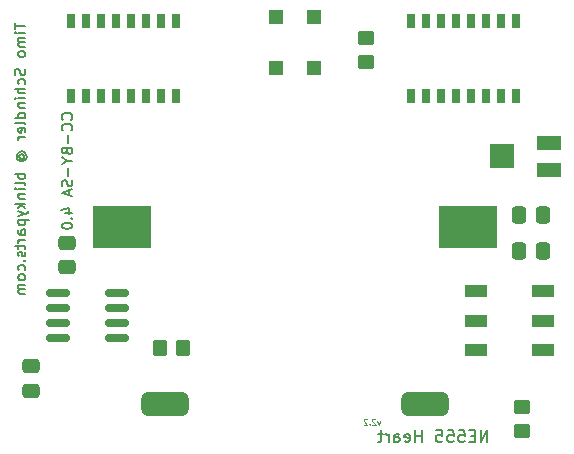
<source format=gbr>
%TF.GenerationSoftware,KiCad,Pcbnew,(6.0.10)*%
%TF.CreationDate,2023-01-16T11:38:01+01:00*%
%TF.ProjectId,Heart_NE555,48656172-745f-44e4-9535-35352e6b6963,rev?*%
%TF.SameCoordinates,Original*%
%TF.FileFunction,Soldermask,Bot*%
%TF.FilePolarity,Negative*%
%FSLAX46Y46*%
G04 Gerber Fmt 4.6, Leading zero omitted, Abs format (unit mm)*
G04 Created by KiCad (PCBNEW (6.0.10)) date 2023-01-16 11:38:01*
%MOMM*%
%LPD*%
G01*
G04 APERTURE LIST*
G04 Aperture macros list*
%AMRoundRect*
0 Rectangle with rounded corners*
0 $1 Rounding radius*
0 $2 $3 $4 $5 $6 $7 $8 $9 X,Y pos of 4 corners*
0 Add a 4 corners polygon primitive as box body*
4,1,4,$2,$3,$4,$5,$6,$7,$8,$9,$2,$3,0*
0 Add four circle primitives for the rounded corners*
1,1,$1+$1,$2,$3*
1,1,$1+$1,$4,$5*
1,1,$1+$1,$6,$7*
1,1,$1+$1,$8,$9*
0 Add four rect primitives between the rounded corners*
20,1,$1+$1,$2,$3,$4,$5,0*
20,1,$1+$1,$4,$5,$6,$7,0*
20,1,$1+$1,$6,$7,$8,$9,0*
20,1,$1+$1,$8,$9,$2,$3,0*%
G04 Aperture macros list end*
%ADD10C,0.150000*%
%ADD11C,0.125000*%
%ADD12C,0.200000*%
%ADD13RoundRect,0.250000X0.475000X-0.337500X0.475000X0.337500X-0.475000X0.337500X-0.475000X-0.337500X0*%
%ADD14R,1.200000X1.200000*%
%ADD15RoundRect,0.249999X0.450001X-0.350001X0.450001X0.350001X-0.450001X0.350001X-0.450001X-0.350001X0*%
%ADD16RoundRect,0.150000X-0.825000X-0.150000X0.825000X-0.150000X0.825000X0.150000X-0.825000X0.150000X0*%
%ADD17R,5.000000X3.600000*%
%ADD18RoundRect,0.500000X-1.500000X-0.500000X1.500000X-0.500000X1.500000X0.500000X-1.500000X0.500000X0*%
%ADD19R,0.800000X1.300000*%
%ADD20RoundRect,0.249999X-0.350001X-0.450001X0.350001X-0.450001X0.350001X0.450001X-0.350001X0.450001X0*%
%ADD21R,2.000000X1.300000*%
%ADD22R,2.000000X2.000000*%
%ADD23R,1.950000X1.100000*%
%ADD24RoundRect,0.250000X-0.337500X-0.475000X0.337500X-0.475000X0.337500X0.475000X-0.337500X0.475000X0*%
G04 APERTURE END LIST*
D10*
X101257142Y-68721428D02*
X101257142Y-69235714D01*
X102157142Y-68978571D02*
X101257142Y-68978571D01*
X102157142Y-69535714D02*
X101557142Y-69535714D01*
X101257142Y-69535714D02*
X101300000Y-69492857D01*
X101342857Y-69535714D01*
X101300000Y-69578571D01*
X101257142Y-69535714D01*
X101342857Y-69535714D01*
X102157142Y-69964285D02*
X101557142Y-69964285D01*
X101642857Y-69964285D02*
X101600000Y-70007142D01*
X101557142Y-70092857D01*
X101557142Y-70221428D01*
X101600000Y-70307142D01*
X101685714Y-70350000D01*
X102157142Y-70350000D01*
X101685714Y-70350000D02*
X101600000Y-70392857D01*
X101557142Y-70478571D01*
X101557142Y-70607142D01*
X101600000Y-70692857D01*
X101685714Y-70735714D01*
X102157142Y-70735714D01*
X102157142Y-71292857D02*
X102114285Y-71207142D01*
X102071428Y-71164285D01*
X101985714Y-71121428D01*
X101728571Y-71121428D01*
X101642857Y-71164285D01*
X101600000Y-71207142D01*
X101557142Y-71292857D01*
X101557142Y-71421428D01*
X101600000Y-71507142D01*
X101642857Y-71550000D01*
X101728571Y-71592857D01*
X101985714Y-71592857D01*
X102071428Y-71550000D01*
X102114285Y-71507142D01*
X102157142Y-71421428D01*
X102157142Y-71292857D01*
X102114285Y-72621428D02*
X102157142Y-72750000D01*
X102157142Y-72964285D01*
X102114285Y-73050000D01*
X102071428Y-73092857D01*
X101985714Y-73135714D01*
X101900000Y-73135714D01*
X101814285Y-73092857D01*
X101771428Y-73050000D01*
X101728571Y-72964285D01*
X101685714Y-72792857D01*
X101642857Y-72707142D01*
X101600000Y-72664285D01*
X101514285Y-72621428D01*
X101428571Y-72621428D01*
X101342857Y-72664285D01*
X101300000Y-72707142D01*
X101257142Y-72792857D01*
X101257142Y-73007142D01*
X101300000Y-73135714D01*
X102114285Y-73907142D02*
X102157142Y-73821428D01*
X102157142Y-73650000D01*
X102114285Y-73564285D01*
X102071428Y-73521428D01*
X101985714Y-73478571D01*
X101728571Y-73478571D01*
X101642857Y-73521428D01*
X101600000Y-73564285D01*
X101557142Y-73650000D01*
X101557142Y-73821428D01*
X101600000Y-73907142D01*
X102157142Y-74292857D02*
X101257142Y-74292857D01*
X102157142Y-74678571D02*
X101685714Y-74678571D01*
X101600000Y-74635714D01*
X101557142Y-74550000D01*
X101557142Y-74421428D01*
X101600000Y-74335714D01*
X101642857Y-74292857D01*
X102157142Y-75107142D02*
X101557142Y-75107142D01*
X101257142Y-75107142D02*
X101300000Y-75064285D01*
X101342857Y-75107142D01*
X101300000Y-75150000D01*
X101257142Y-75107142D01*
X101342857Y-75107142D01*
X101557142Y-75535714D02*
X102157142Y-75535714D01*
X101642857Y-75535714D02*
X101600000Y-75578571D01*
X101557142Y-75664285D01*
X101557142Y-75792857D01*
X101600000Y-75878571D01*
X101685714Y-75921428D01*
X102157142Y-75921428D01*
X102157142Y-76735714D02*
X101257142Y-76735714D01*
X102114285Y-76735714D02*
X102157142Y-76650000D01*
X102157142Y-76478571D01*
X102114285Y-76392857D01*
X102071428Y-76350000D01*
X101985714Y-76307142D01*
X101728571Y-76307142D01*
X101642857Y-76350000D01*
X101600000Y-76392857D01*
X101557142Y-76478571D01*
X101557142Y-76650000D01*
X101600000Y-76735714D01*
X102157142Y-77292857D02*
X102114285Y-77207142D01*
X102028571Y-77164285D01*
X101257142Y-77164285D01*
X102114285Y-77978571D02*
X102157142Y-77892857D01*
X102157142Y-77721428D01*
X102114285Y-77635714D01*
X102028571Y-77592857D01*
X101685714Y-77592857D01*
X101600000Y-77635714D01*
X101557142Y-77721428D01*
X101557142Y-77892857D01*
X101600000Y-77978571D01*
X101685714Y-78021428D01*
X101771428Y-78021428D01*
X101857142Y-77592857D01*
X102157142Y-78407142D02*
X101557142Y-78407142D01*
X101728571Y-78407142D02*
X101642857Y-78450000D01*
X101600000Y-78492857D01*
X101557142Y-78578571D01*
X101557142Y-78664285D01*
X101728571Y-80207142D02*
X101685714Y-80164285D01*
X101642857Y-80078571D01*
X101642857Y-79992857D01*
X101685714Y-79907142D01*
X101728571Y-79864285D01*
X101814285Y-79821428D01*
X101900000Y-79821428D01*
X101985714Y-79864285D01*
X102028571Y-79907142D01*
X102071428Y-79992857D01*
X102071428Y-80078571D01*
X102028571Y-80164285D01*
X101985714Y-80207142D01*
X101642857Y-80207142D02*
X101985714Y-80207142D01*
X102028571Y-80250000D01*
X102028571Y-80292857D01*
X101985714Y-80378571D01*
X101900000Y-80421428D01*
X101685714Y-80421428D01*
X101557142Y-80335714D01*
X101471428Y-80207142D01*
X101428571Y-80035714D01*
X101471428Y-79864285D01*
X101557142Y-79735714D01*
X101685714Y-79650000D01*
X101857142Y-79607142D01*
X102028571Y-79650000D01*
X102157142Y-79735714D01*
X102242857Y-79864285D01*
X102285714Y-80035714D01*
X102242857Y-80207142D01*
X102157142Y-80335714D01*
X102157142Y-81492857D02*
X101257142Y-81492857D01*
X101600000Y-81492857D02*
X101557142Y-81578571D01*
X101557142Y-81750000D01*
X101600000Y-81835714D01*
X101642857Y-81878571D01*
X101728571Y-81921428D01*
X101985714Y-81921428D01*
X102071428Y-81878571D01*
X102114285Y-81835714D01*
X102157142Y-81750000D01*
X102157142Y-81578571D01*
X102114285Y-81492857D01*
X102157142Y-82435714D02*
X102114285Y-82350000D01*
X102028571Y-82307142D01*
X101257142Y-82307142D01*
X102157142Y-82778571D02*
X101557142Y-82778571D01*
X101257142Y-82778571D02*
X101300000Y-82735714D01*
X101342857Y-82778571D01*
X101300000Y-82821428D01*
X101257142Y-82778571D01*
X101342857Y-82778571D01*
X101557142Y-83207142D02*
X102157142Y-83207142D01*
X101642857Y-83207142D02*
X101600000Y-83250000D01*
X101557142Y-83335714D01*
X101557142Y-83464285D01*
X101600000Y-83550000D01*
X101685714Y-83592857D01*
X102157142Y-83592857D01*
X102157142Y-84021428D02*
X101257142Y-84021428D01*
X101814285Y-84107142D02*
X102157142Y-84364285D01*
X101557142Y-84364285D02*
X101900000Y-84021428D01*
X101557142Y-84664285D02*
X102157142Y-84878571D01*
X101557142Y-85092857D02*
X102157142Y-84878571D01*
X102371428Y-84792857D01*
X102414285Y-84750000D01*
X102457142Y-84664285D01*
X101557142Y-85435714D02*
X102457142Y-85435714D01*
X101600000Y-85435714D02*
X101557142Y-85521428D01*
X101557142Y-85692857D01*
X101600000Y-85778571D01*
X101642857Y-85821428D01*
X101728571Y-85864285D01*
X101985714Y-85864285D01*
X102071428Y-85821428D01*
X102114285Y-85778571D01*
X102157142Y-85692857D01*
X102157142Y-85521428D01*
X102114285Y-85435714D01*
X102157142Y-86635714D02*
X101685714Y-86635714D01*
X101600000Y-86592857D01*
X101557142Y-86507142D01*
X101557142Y-86335714D01*
X101600000Y-86250000D01*
X102114285Y-86635714D02*
X102157142Y-86550000D01*
X102157142Y-86335714D01*
X102114285Y-86250000D01*
X102028571Y-86207142D01*
X101942857Y-86207142D01*
X101857142Y-86250000D01*
X101814285Y-86335714D01*
X101814285Y-86550000D01*
X101771428Y-86635714D01*
X102157142Y-87064285D02*
X101557142Y-87064285D01*
X101728571Y-87064285D02*
X101642857Y-87107142D01*
X101600000Y-87150000D01*
X101557142Y-87235714D01*
X101557142Y-87321428D01*
X101557142Y-87492857D02*
X101557142Y-87835714D01*
X101257142Y-87621428D02*
X102028571Y-87621428D01*
X102114285Y-87664285D01*
X102157142Y-87750000D01*
X102157142Y-87835714D01*
X102114285Y-88092857D02*
X102157142Y-88178571D01*
X102157142Y-88350000D01*
X102114285Y-88435714D01*
X102028571Y-88478571D01*
X101985714Y-88478571D01*
X101900000Y-88435714D01*
X101857142Y-88350000D01*
X101857142Y-88221428D01*
X101814285Y-88135714D01*
X101728571Y-88092857D01*
X101685714Y-88092857D01*
X101600000Y-88135714D01*
X101557142Y-88221428D01*
X101557142Y-88350000D01*
X101600000Y-88435714D01*
X102071428Y-88864285D02*
X102114285Y-88907142D01*
X102157142Y-88864285D01*
X102114285Y-88821428D01*
X102071428Y-88864285D01*
X102157142Y-88864285D01*
X102114285Y-89678571D02*
X102157142Y-89592857D01*
X102157142Y-89421428D01*
X102114285Y-89335714D01*
X102071428Y-89292857D01*
X101985714Y-89250000D01*
X101728571Y-89250000D01*
X101642857Y-89292857D01*
X101600000Y-89335714D01*
X101557142Y-89421428D01*
X101557142Y-89592857D01*
X101600000Y-89678571D01*
X102157142Y-90192857D02*
X102114285Y-90107142D01*
X102071428Y-90064285D01*
X101985714Y-90021428D01*
X101728571Y-90021428D01*
X101642857Y-90064285D01*
X101600000Y-90107142D01*
X101557142Y-90192857D01*
X101557142Y-90321428D01*
X101600000Y-90407142D01*
X101642857Y-90450000D01*
X101728571Y-90492857D01*
X101985714Y-90492857D01*
X102071428Y-90450000D01*
X102114285Y-90407142D01*
X102157142Y-90321428D01*
X102157142Y-90192857D01*
X102157142Y-90878571D02*
X101557142Y-90878571D01*
X101642857Y-90878571D02*
X101600000Y-90921428D01*
X101557142Y-91007142D01*
X101557142Y-91135714D01*
X101600000Y-91221428D01*
X101685714Y-91264285D01*
X102157142Y-91264285D01*
X101685714Y-91264285D02*
X101600000Y-91307142D01*
X101557142Y-91392857D01*
X101557142Y-91521428D01*
X101600000Y-91607142D01*
X101685714Y-91650000D01*
X102157142Y-91650000D01*
D11*
X132214285Y-102392857D02*
X132095238Y-102726190D01*
X131976190Y-102392857D01*
X131809523Y-102273809D02*
X131785714Y-102250000D01*
X131738095Y-102226190D01*
X131619047Y-102226190D01*
X131571428Y-102250000D01*
X131547619Y-102273809D01*
X131523809Y-102321428D01*
X131523809Y-102369047D01*
X131547619Y-102440476D01*
X131833333Y-102726190D01*
X131523809Y-102726190D01*
X131309523Y-102678571D02*
X131285714Y-102702380D01*
X131309523Y-102726190D01*
X131333333Y-102702380D01*
X131309523Y-102678571D01*
X131309523Y-102726190D01*
X131095238Y-102273809D02*
X131071428Y-102250000D01*
X131023809Y-102226190D01*
X130904761Y-102226190D01*
X130857142Y-102250000D01*
X130833333Y-102273809D01*
X130809523Y-102321428D01*
X130809523Y-102369047D01*
X130833333Y-102440476D01*
X131119047Y-102726190D01*
X130809523Y-102726190D01*
D12*
X141297619Y-104202380D02*
X141297619Y-103202380D01*
X140726190Y-104202380D01*
X140726190Y-103202380D01*
X140250000Y-103678571D02*
X139916666Y-103678571D01*
X139773809Y-104202380D02*
X140250000Y-104202380D01*
X140250000Y-103202380D01*
X139773809Y-103202380D01*
X138869047Y-103202380D02*
X139345238Y-103202380D01*
X139392857Y-103678571D01*
X139345238Y-103630952D01*
X139250000Y-103583333D01*
X139011904Y-103583333D01*
X138916666Y-103630952D01*
X138869047Y-103678571D01*
X138821428Y-103773809D01*
X138821428Y-104011904D01*
X138869047Y-104107142D01*
X138916666Y-104154761D01*
X139011904Y-104202380D01*
X139250000Y-104202380D01*
X139345238Y-104154761D01*
X139392857Y-104107142D01*
X137916666Y-103202380D02*
X138392857Y-103202380D01*
X138440476Y-103678571D01*
X138392857Y-103630952D01*
X138297619Y-103583333D01*
X138059523Y-103583333D01*
X137964285Y-103630952D01*
X137916666Y-103678571D01*
X137869047Y-103773809D01*
X137869047Y-104011904D01*
X137916666Y-104107142D01*
X137964285Y-104154761D01*
X138059523Y-104202380D01*
X138297619Y-104202380D01*
X138392857Y-104154761D01*
X138440476Y-104107142D01*
X136964285Y-103202380D02*
X137440476Y-103202380D01*
X137488095Y-103678571D01*
X137440476Y-103630952D01*
X137345238Y-103583333D01*
X137107142Y-103583333D01*
X137011904Y-103630952D01*
X136964285Y-103678571D01*
X136916666Y-103773809D01*
X136916666Y-104011904D01*
X136964285Y-104107142D01*
X137011904Y-104154761D01*
X137107142Y-104202380D01*
X137345238Y-104202380D01*
X137440476Y-104154761D01*
X137488095Y-104107142D01*
X135726190Y-104202380D02*
X135726190Y-103202380D01*
X135726190Y-103678571D02*
X135154761Y-103678571D01*
X135154761Y-104202380D02*
X135154761Y-103202380D01*
X134297619Y-104154761D02*
X134392857Y-104202380D01*
X134583333Y-104202380D01*
X134678571Y-104154761D01*
X134726190Y-104059523D01*
X134726190Y-103678571D01*
X134678571Y-103583333D01*
X134583333Y-103535714D01*
X134392857Y-103535714D01*
X134297619Y-103583333D01*
X134250000Y-103678571D01*
X134250000Y-103773809D01*
X134726190Y-103869047D01*
X133392857Y-104202380D02*
X133392857Y-103678571D01*
X133440476Y-103583333D01*
X133535714Y-103535714D01*
X133726190Y-103535714D01*
X133821428Y-103583333D01*
X133392857Y-104154761D02*
X133488095Y-104202380D01*
X133726190Y-104202380D01*
X133821428Y-104154761D01*
X133869047Y-104059523D01*
X133869047Y-103964285D01*
X133821428Y-103869047D01*
X133726190Y-103821428D01*
X133488095Y-103821428D01*
X133392857Y-103773809D01*
X132916666Y-104202380D02*
X132916666Y-103535714D01*
X132916666Y-103726190D02*
X132869047Y-103630952D01*
X132821428Y-103583333D01*
X132726190Y-103535714D01*
X132630952Y-103535714D01*
X132440476Y-103535714D02*
X132059523Y-103535714D01*
X132297619Y-103202380D02*
X132297619Y-104059523D01*
X132250000Y-104154761D01*
X132154761Y-104202380D01*
X132059523Y-104202380D01*
D10*
X106071428Y-76900000D02*
X106114285Y-76857142D01*
X106157142Y-76728571D01*
X106157142Y-76642857D01*
X106114285Y-76514285D01*
X106028571Y-76428571D01*
X105942857Y-76385714D01*
X105771428Y-76342857D01*
X105642857Y-76342857D01*
X105471428Y-76385714D01*
X105385714Y-76428571D01*
X105300000Y-76514285D01*
X105257142Y-76642857D01*
X105257142Y-76728571D01*
X105300000Y-76857142D01*
X105342857Y-76900000D01*
X106071428Y-77800000D02*
X106114285Y-77757142D01*
X106157142Y-77628571D01*
X106157142Y-77542857D01*
X106114285Y-77414285D01*
X106028571Y-77328571D01*
X105942857Y-77285714D01*
X105771428Y-77242857D01*
X105642857Y-77242857D01*
X105471428Y-77285714D01*
X105385714Y-77328571D01*
X105300000Y-77414285D01*
X105257142Y-77542857D01*
X105257142Y-77628571D01*
X105300000Y-77757142D01*
X105342857Y-77800000D01*
X105814285Y-78185714D02*
X105814285Y-78871428D01*
X105685714Y-79600000D02*
X105728571Y-79728571D01*
X105771428Y-79771428D01*
X105857142Y-79814285D01*
X105985714Y-79814285D01*
X106071428Y-79771428D01*
X106114285Y-79728571D01*
X106157142Y-79642857D01*
X106157142Y-79300000D01*
X105257142Y-79300000D01*
X105257142Y-79600000D01*
X105300000Y-79685714D01*
X105342857Y-79728571D01*
X105428571Y-79771428D01*
X105514285Y-79771428D01*
X105600000Y-79728571D01*
X105642857Y-79685714D01*
X105685714Y-79600000D01*
X105685714Y-79300000D01*
X105728571Y-80371428D02*
X106157142Y-80371428D01*
X105257142Y-80071428D02*
X105728571Y-80371428D01*
X105257142Y-80671428D01*
X105814285Y-80971428D02*
X105814285Y-81657142D01*
X106114285Y-82042857D02*
X106157142Y-82171428D01*
X106157142Y-82385714D01*
X106114285Y-82471428D01*
X106071428Y-82514285D01*
X105985714Y-82557142D01*
X105900000Y-82557142D01*
X105814285Y-82514285D01*
X105771428Y-82471428D01*
X105728571Y-82385714D01*
X105685714Y-82214285D01*
X105642857Y-82128571D01*
X105600000Y-82085714D01*
X105514285Y-82042857D01*
X105428571Y-82042857D01*
X105342857Y-82085714D01*
X105300000Y-82128571D01*
X105257142Y-82214285D01*
X105257142Y-82428571D01*
X105300000Y-82557142D01*
X105900000Y-82900000D02*
X105900000Y-83328571D01*
X106157142Y-82814285D02*
X105257142Y-83114285D01*
X106157142Y-83414285D01*
X105557142Y-84785714D02*
X106157142Y-84785714D01*
X105214285Y-84571428D02*
X105857142Y-84357142D01*
X105857142Y-84914285D01*
X106071428Y-85257142D02*
X106114285Y-85300000D01*
X106157142Y-85257142D01*
X106114285Y-85214285D01*
X106071428Y-85257142D01*
X106157142Y-85257142D01*
X105257142Y-85857142D02*
X105257142Y-85942857D01*
X105300000Y-86028571D01*
X105342857Y-86071428D01*
X105428571Y-86114285D01*
X105600000Y-86157142D01*
X105814285Y-86157142D01*
X105985714Y-86114285D01*
X106071428Y-86071428D01*
X106114285Y-86028571D01*
X106157142Y-85942857D01*
X106157142Y-85857142D01*
X106114285Y-85771428D01*
X106071428Y-85728571D01*
X105985714Y-85685714D01*
X105814285Y-85642857D01*
X105600000Y-85642857D01*
X105428571Y-85685714D01*
X105342857Y-85728571D01*
X105300000Y-85771428D01*
X105257142Y-85857142D01*
D13*
%TO.C,C3*%
X102616000Y-99843500D03*
X102616000Y-97768500D03*
%TD*%
D14*
%TO.C,D1*%
X126650000Y-72500000D03*
X123350000Y-72500000D03*
%TD*%
%TO.C,D2*%
X126650000Y-68250000D03*
X123350000Y-68250000D03*
%TD*%
D15*
%TO.C,R3*%
X131000000Y-72000000D03*
X131000000Y-70000000D03*
%TD*%
%TO.C,R4*%
X144250000Y-103250000D03*
X144250000Y-101250000D03*
%TD*%
D16*
%TO.C,U1*%
X104967000Y-95377000D03*
X104967000Y-94107000D03*
X104967000Y-92837000D03*
X104967000Y-91567000D03*
X109917000Y-91567000D03*
X109917000Y-92837000D03*
X109917000Y-94107000D03*
X109917000Y-95377000D03*
%TD*%
D17*
%TO.C,BT1*%
X110350000Y-86000000D03*
X139650000Y-86000000D03*
%TD*%
D18*
%TO.C,SW1*%
X114000000Y-101000000D03*
X136000000Y-101000000D03*
%TD*%
D19*
%TO.C,U2*%
X134800000Y-68600000D03*
X136080000Y-68600000D03*
X137340000Y-68600000D03*
X138610000Y-68600000D03*
X139890000Y-68600000D03*
X141160000Y-68600000D03*
X142420000Y-68600000D03*
X143700000Y-68600000D03*
X143700000Y-74900000D03*
X142420000Y-74900000D03*
X141160000Y-74900000D03*
X139890000Y-74900000D03*
X138610000Y-74900000D03*
X137340000Y-74900000D03*
X136080000Y-74900000D03*
X134800000Y-74900000D03*
%TD*%
%TO.C,U3*%
X106050000Y-68600000D03*
X107330000Y-68600000D03*
X108590000Y-68600000D03*
X109860000Y-68600000D03*
X111140000Y-68600000D03*
X112410000Y-68600000D03*
X113670000Y-68600000D03*
X114950000Y-68600000D03*
X114950000Y-74900000D03*
X113670000Y-74900000D03*
X112410000Y-74900000D03*
X111140000Y-74900000D03*
X109860000Y-74900000D03*
X108590000Y-74900000D03*
X107330000Y-74900000D03*
X106050000Y-74900000D03*
%TD*%
D20*
%TO.C,R2*%
X113554000Y-96266000D03*
X115554000Y-96266000D03*
%TD*%
D13*
%TO.C,C2*%
X105675000Y-89425000D03*
X105675000Y-87350000D03*
%TD*%
D21*
%TO.C,RV1*%
X146500000Y-81150000D03*
D22*
X142500000Y-80000000D03*
D21*
X146500000Y-78850000D03*
%TD*%
D23*
%TO.C,SW2*%
X140350000Y-96450000D03*
X146000000Y-96450000D03*
X146000000Y-93950000D03*
X140350000Y-93950000D03*
X146000000Y-91450000D03*
X140350000Y-91450000D03*
%TD*%
D24*
%TO.C,C1*%
X143962500Y-88000000D03*
X146037500Y-88000000D03*
%TD*%
%TO.C,C4*%
X143962500Y-85000000D03*
X146037500Y-85000000D03*
%TD*%
M02*

</source>
